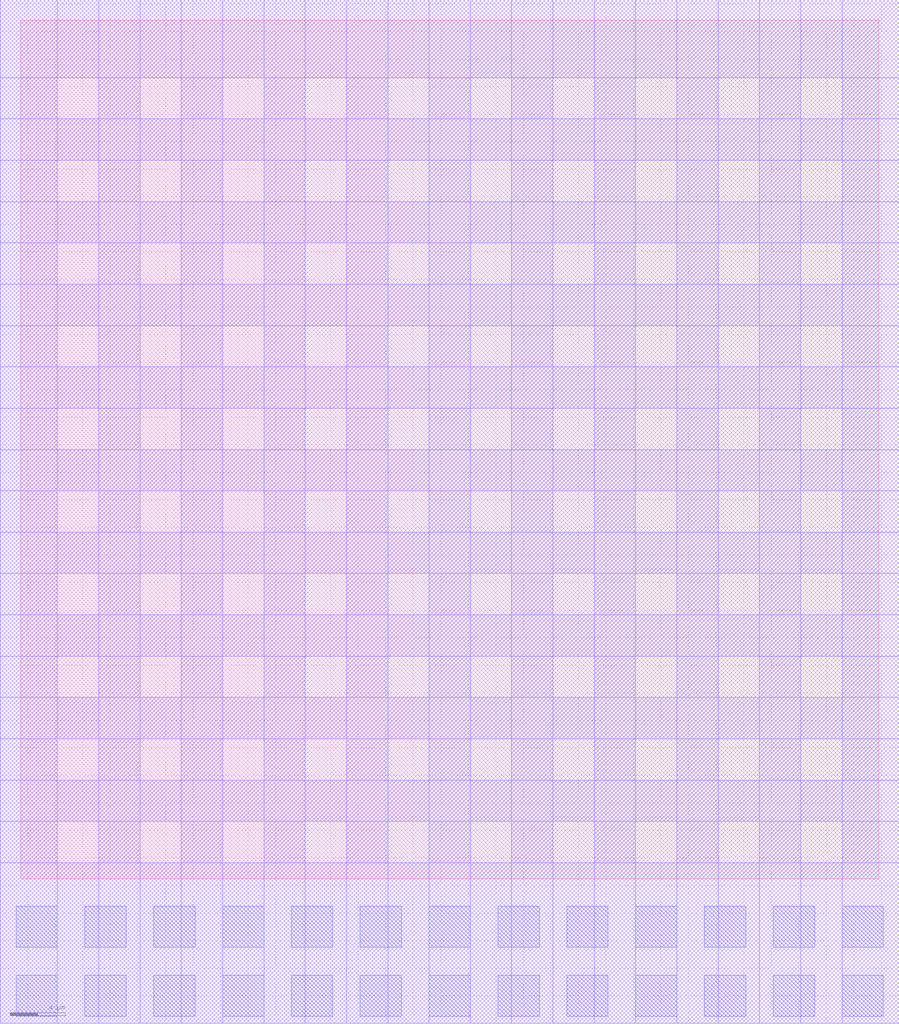
<source format=lef>
VERSION 5.6 ;
BUSBITCHARS "[]" ;
DIVIDERCHAR "/" ;

MACRO L28_BOAC_op1_55_6um_stagger_65D3X74D3
  CLASS COVER ;
  ORIGIN -1.5 -10.5 ;
  FOREIGN L28_BOAC_op1_55_6um_stagger_65D3X74D3 1.5 10.5 ;
  SIZE 62.3 BY 62.3 ;
  SYMMETRY X Y ;

  OBS
    LAYER ME8 ;
      RECT 0 68.65 65.3 74.3 ;
      RECT 61.15 0 65.3 74.3 ;
      RECT 55.15 0 58.15 74.3 ;
      RECT 49.15 0 52.15 74.3 ;
      RECT 43.15 0 46.15 74.3 ;
      RECT 37.15 0 40.15 74.3 ;
      RECT 31.15 0 34.15 74.3 ;
      RECT 25.15 0 28.15 74.3 ;
      RECT 19.15 0 22.15 74.3 ;
      RECT 13.15 0 16.15 74.3 ;
      RECT 7.15 0 10.15 74.3 ;
      RECT 0 0 4.15 74.3 ;
      RECT 0 62.65 65.3 65.65 ;
      RECT 0 56.65 65.3 59.65 ;
      RECT 0 50.65 65.3 53.65 ;
      RECT 0 44.65 65.3 47.65 ;
      RECT 0 38.65 65.3 41.65 ;
      RECT 0 32.65 65.3 35.65 ;
      RECT 0 26.65 65.3 29.65 ;
      RECT 0 20.65 65.3 23.65 ;
      RECT 0 14.65 65.3 17.65 ;
      RECT 0 0 65.3 11.65 ;
    LAYER TMV_RDL ;
      RECT 61.15 0.5 64.15 3.5 ;
      RECT 61.15 5.5 64.15 8.5 ;
      RECT 56.15 0.5 59.15 3.5 ;
      RECT 56.15 5.5 59.15 8.5 ;
      RECT 51.15 0.5 54.15 3.5 ;
      RECT 51.15 5.5 54.15 8.5 ;
      RECT 46.15 0.5 49.15 3.5 ;
      RECT 46.15 5.5 49.15 8.5 ;
      RECT 41.15 0.5 44.15 3.5 ;
      RECT 41.15 5.5 44.15 8.5 ;
      RECT 36.15 0.5 39.15 3.5 ;
      RECT 36.15 5.5 39.15 8.5 ;
      RECT 31.15 0.5 34.15 3.5 ;
      RECT 31.15 5.5 34.15 8.5 ;
      RECT 26.15 0.5 29.15 3.5 ;
      RECT 26.15 5.5 29.15 8.5 ;
      RECT 21.15 0.5 24.15 3.5 ;
      RECT 21.15 5.5 24.15 8.5 ;
      RECT 16.15 0.5 19.15 3.5 ;
      RECT 16.15 5.5 19.15 8.5 ;
      RECT 11.15 0.5 14.15 3.5 ;
      RECT 11.15 5.5 14.15 8.5 ;
      RECT 6.15 0.5 9.15 3.5 ;
      RECT 6.15 5.5 9.15 8.5 ;
      RECT 1.15 0.5 4.15 3.5 ;
      RECT 1.15 5.5 4.15 8.5 ;
    LAYER AL_RDL ;
      RECT 0 0 65.3 74.3 ;
#    LAYER PASV_RDL ;
#      RECT 1.5 10.5 63.8 72.8 ;
#    LAYER PADMARK ;
#      RECT 0 0 65.3 74.3 ;
  END
END L28_BOAC_op1_55_6um_stagger_65D3X74D3

END LIBRARY

</source>
